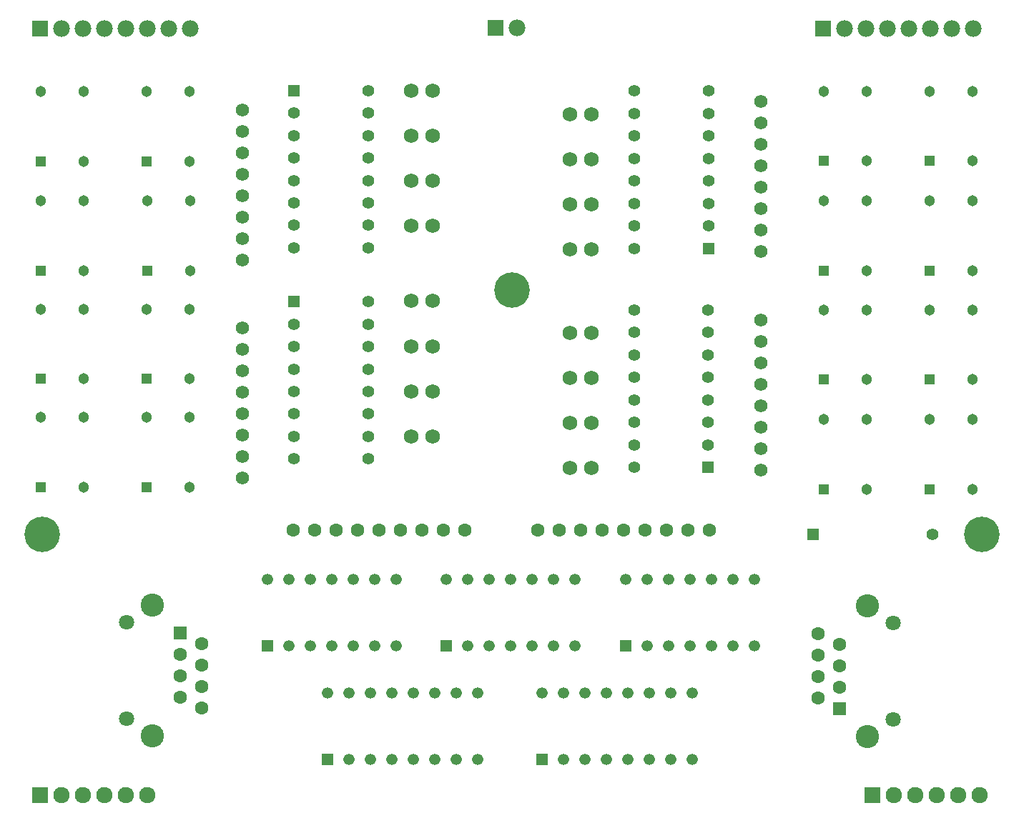
<source format=gbr>
G04*
G04 #@! TF.GenerationSoftware,Altium Limited,Altium Designer,23.7.1 (13)*
G04*
G04 Layer_Color=16711935*
%FSLAX44Y44*%
%MOMM*%
G71*
G04*
G04 #@! TF.SameCoordinates,841DD010-D86F-4994-8322-40CE1CBCD204*
G04*
G04*
G04 #@! TF.FilePolarity,Negative*
G04*
G01*
G75*
%ADD13C,4.2032*%
%ADD14C,1.5682*%
%ADD15R,1.6032X1.6032*%
%ADD16C,1.6032*%
%ADD17C,2.7532*%
%ADD18C,1.8032*%
%ADD19R,1.4032X1.4032*%
%ADD20C,1.4032*%
%ADD21R,1.9282X1.9282*%
%ADD22C,1.9282*%
%ADD23R,1.3332X1.3332*%
%ADD24C,1.3332*%
%ADD25C,1.7272*%
%ADD26R,1.3032X1.3032*%
%ADD27C,1.3032*%
%ADD28C,1.9812*%
%ADD29R,1.9812X1.9812*%
%ADD30C,1.6002*%
D13*
X1419860Y607060D02*
D03*
X307340D02*
D03*
X863600Y896620D02*
D03*
D14*
X544196Y851455D02*
D03*
Y826055D02*
D03*
Y800655D02*
D03*
Y775255D02*
D03*
Y749855D02*
D03*
Y724455D02*
D03*
Y699055D02*
D03*
Y673655D02*
D03*
X1158240Y1120140D02*
D03*
Y1094740D02*
D03*
Y1069340D02*
D03*
Y1043940D02*
D03*
Y1018540D02*
D03*
Y993140D02*
D03*
Y967740D02*
D03*
Y942340D02*
D03*
Y861060D02*
D03*
Y835660D02*
D03*
Y810260D02*
D03*
Y784860D02*
D03*
Y759460D02*
D03*
Y734060D02*
D03*
Y708660D02*
D03*
Y683260D02*
D03*
X544301Y931465D02*
D03*
Y956865D02*
D03*
Y982265D02*
D03*
Y1007665D02*
D03*
Y1033065D02*
D03*
Y1058465D02*
D03*
Y1083865D02*
D03*
Y1109265D02*
D03*
D15*
X1251723Y399812D02*
D03*
X470559Y489758D02*
D03*
D16*
X1226323Y412512D02*
D03*
X1251723Y425212D02*
D03*
X1226323Y437912D02*
D03*
X1251723Y450612D02*
D03*
X1226323Y463312D02*
D03*
X1251723Y476012D02*
D03*
X1226323Y488712D02*
D03*
X495959Y477058D02*
D03*
X470559Y464358D02*
D03*
X495959Y451658D02*
D03*
X470559Y438958D02*
D03*
X495959Y426258D02*
D03*
X470559Y413558D02*
D03*
X495959Y400858D02*
D03*
D17*
X1284722Y366762D02*
D03*
Y521762D02*
D03*
X437559Y522808D02*
D03*
Y367808D02*
D03*
D18*
X1315223Y387112D02*
D03*
Y501412D02*
D03*
X407059Y502458D02*
D03*
Y388158D02*
D03*
D19*
X1220330Y607060D02*
D03*
X605519Y882694D02*
D03*
X1096302Y945668D02*
D03*
X1096059Y686280D02*
D03*
X605519Y1132866D02*
D03*
D20*
X1361330Y607060D02*
D03*
X605519Y856034D02*
D03*
Y829394D02*
D03*
Y802735D02*
D03*
Y776095D02*
D03*
Y749435D02*
D03*
Y722795D02*
D03*
Y696134D02*
D03*
X693520D02*
D03*
Y722795D02*
D03*
Y749435D02*
D03*
Y776095D02*
D03*
Y802735D02*
D03*
Y829394D02*
D03*
Y856034D02*
D03*
Y882694D02*
D03*
X1096302Y972328D02*
D03*
Y998968D02*
D03*
Y1025628D02*
D03*
Y1052268D02*
D03*
Y1078928D02*
D03*
Y1105568D02*
D03*
Y1132228D02*
D03*
X1008302D02*
D03*
Y1105568D02*
D03*
Y1078928D02*
D03*
Y1052268D02*
D03*
Y1025628D02*
D03*
Y998968D02*
D03*
Y972328D02*
D03*
Y945668D02*
D03*
X1096059Y712940D02*
D03*
Y739580D02*
D03*
Y766240D02*
D03*
Y792880D02*
D03*
Y819540D02*
D03*
Y846180D02*
D03*
Y872840D02*
D03*
X1008058D02*
D03*
Y846180D02*
D03*
Y819540D02*
D03*
Y792880D02*
D03*
Y766240D02*
D03*
Y739580D02*
D03*
Y712940D02*
D03*
Y686280D02*
D03*
X605519Y1106206D02*
D03*
Y1079566D02*
D03*
Y1052906D02*
D03*
Y1026266D02*
D03*
Y999606D02*
D03*
Y972966D02*
D03*
Y946306D02*
D03*
X693520D02*
D03*
Y972966D02*
D03*
Y999606D02*
D03*
Y1026266D02*
D03*
Y1052906D02*
D03*
Y1079566D02*
D03*
Y1106206D02*
D03*
Y1132866D02*
D03*
D21*
X304509Y297571D02*
D03*
X1290773Y297809D02*
D03*
D22*
X329909Y297571D02*
D03*
X355309D02*
D03*
X380709D02*
D03*
X406109D02*
D03*
X431509D02*
D03*
X1316173Y297809D02*
D03*
X1341573D02*
D03*
X1366973D02*
D03*
X1392373D02*
D03*
X1417773D02*
D03*
D23*
X898941Y339700D02*
D03*
X645160D02*
D03*
X998596Y474438D02*
D03*
X786158D02*
D03*
X573876D02*
D03*
D24*
X924341Y339700D02*
D03*
X949741D02*
D03*
X975141D02*
D03*
X1000540D02*
D03*
X1025940D02*
D03*
X1051340D02*
D03*
X1076740D02*
D03*
Y419100D02*
D03*
X1051340D02*
D03*
X1025940D02*
D03*
X1000540D02*
D03*
X975141D02*
D03*
X949741D02*
D03*
X924341D02*
D03*
X898941D02*
D03*
X670560Y339700D02*
D03*
X695960D02*
D03*
X721360D02*
D03*
X746760D02*
D03*
X772160D02*
D03*
X797560D02*
D03*
X822960D02*
D03*
Y419100D02*
D03*
X797560D02*
D03*
X772160D02*
D03*
X746760D02*
D03*
X721360D02*
D03*
X695960D02*
D03*
X670560D02*
D03*
X645160D02*
D03*
X998596Y553838D02*
D03*
X1023996D02*
D03*
X1049396D02*
D03*
X1074796D02*
D03*
X1100196D02*
D03*
X1125596D02*
D03*
X1150996D02*
D03*
Y474438D02*
D03*
X1125596D02*
D03*
X1100196D02*
D03*
X1074796D02*
D03*
X1049396D02*
D03*
X1023996D02*
D03*
X786158Y553838D02*
D03*
X811558D02*
D03*
X836958D02*
D03*
X862358D02*
D03*
X887758D02*
D03*
X913158D02*
D03*
X938558D02*
D03*
Y474438D02*
D03*
X913158D02*
D03*
X887758D02*
D03*
X862358D02*
D03*
X836958D02*
D03*
X811558D02*
D03*
X573876Y553838D02*
D03*
X599276D02*
D03*
X624676D02*
D03*
X650076D02*
D03*
X675476D02*
D03*
X700876D02*
D03*
X726276D02*
D03*
Y474438D02*
D03*
X700876D02*
D03*
X675476D02*
D03*
X650076D02*
D03*
X624676D02*
D03*
X599276D02*
D03*
D25*
X957580Y685800D02*
D03*
X932180D02*
D03*
X957580Y739140D02*
D03*
X932180D02*
D03*
X957580Y792480D02*
D03*
X932180D02*
D03*
X957580Y845820D02*
D03*
X932180D02*
D03*
X957580Y1104900D02*
D03*
X932180D02*
D03*
X957580Y1051560D02*
D03*
X932180D02*
D03*
X957580Y998220D02*
D03*
X932180D02*
D03*
X957580Y944880D02*
D03*
X932180D02*
D03*
X744220Y883364D02*
D03*
X769620D02*
D03*
X744220Y829222D02*
D03*
X769620D02*
D03*
X744220Y776181D02*
D03*
X769620D02*
D03*
X744220Y722980D02*
D03*
X769620D02*
D03*
X744220Y972820D02*
D03*
X769620D02*
D03*
X744220Y1079500D02*
D03*
X769620D02*
D03*
X744220Y1026160D02*
D03*
X769620D02*
D03*
X744220Y1132840D02*
D03*
X769620D02*
D03*
D26*
X1357770Y660475D02*
D03*
X1232830D02*
D03*
Y790437D02*
D03*
X1357770Y790438D02*
D03*
Y919503D02*
D03*
Y1049311D02*
D03*
X1232830Y919503D02*
D03*
Y1049311D02*
D03*
X430670Y662785D02*
D03*
Y791055D02*
D03*
Y1048865D02*
D03*
X431572Y919325D02*
D03*
X305730Y662785D02*
D03*
Y791055D02*
D03*
Y919325D02*
D03*
Y1048865D02*
D03*
D27*
X1408770Y660475D02*
D03*
Y742975D02*
D03*
X1357770D02*
D03*
X1283830Y660475D02*
D03*
Y742975D02*
D03*
X1232830D02*
D03*
X1283830Y790437D02*
D03*
Y872937D02*
D03*
X1232830D02*
D03*
X1408770Y790438D02*
D03*
Y872937D02*
D03*
X1357770D02*
D03*
X1408770Y919503D02*
D03*
Y1002003D02*
D03*
X1357770D02*
D03*
X1408770Y1049311D02*
D03*
Y1131811D02*
D03*
X1357770D02*
D03*
X1283830Y919503D02*
D03*
Y1002003D02*
D03*
X1232830D02*
D03*
X1283830Y1049311D02*
D03*
Y1131811D02*
D03*
X1232830D02*
D03*
X481670Y662785D02*
D03*
Y745285D02*
D03*
X430670D02*
D03*
X481670Y791055D02*
D03*
Y873555D02*
D03*
X430670D02*
D03*
X481670Y1048865D02*
D03*
Y1131365D02*
D03*
X430670D02*
D03*
X482572Y919325D02*
D03*
Y1001825D02*
D03*
X431572D02*
D03*
X356730Y662785D02*
D03*
Y745285D02*
D03*
X305730D02*
D03*
X356730Y791055D02*
D03*
Y873555D02*
D03*
X305730D02*
D03*
X356730Y919325D02*
D03*
Y1001825D02*
D03*
X305730D02*
D03*
X356730Y1048865D02*
D03*
Y1131365D02*
D03*
X305730D02*
D03*
D28*
X869900Y1206915D02*
D03*
X1257300Y1206500D02*
D03*
X1282700D02*
D03*
X1308100D02*
D03*
X1333500D02*
D03*
X1358900D02*
D03*
X1384300D02*
D03*
X1409700D02*
D03*
X330200D02*
D03*
X355600D02*
D03*
X381000D02*
D03*
X406400D02*
D03*
X431800D02*
D03*
X457200D02*
D03*
X482600D02*
D03*
D29*
X844500Y1206915D02*
D03*
X1231900Y1206500D02*
D03*
X304800D02*
D03*
D30*
X1097280Y612140D02*
D03*
X1071880D02*
D03*
X1046480D02*
D03*
X1021080D02*
D03*
X995680D02*
D03*
X970280D02*
D03*
X944880D02*
D03*
X919480D02*
D03*
X894080D02*
D03*
X604520D02*
D03*
X629920D02*
D03*
X655320D02*
D03*
X680720D02*
D03*
X706120D02*
D03*
X731520D02*
D03*
X756920D02*
D03*
X782320D02*
D03*
X807720D02*
D03*
M02*

</source>
